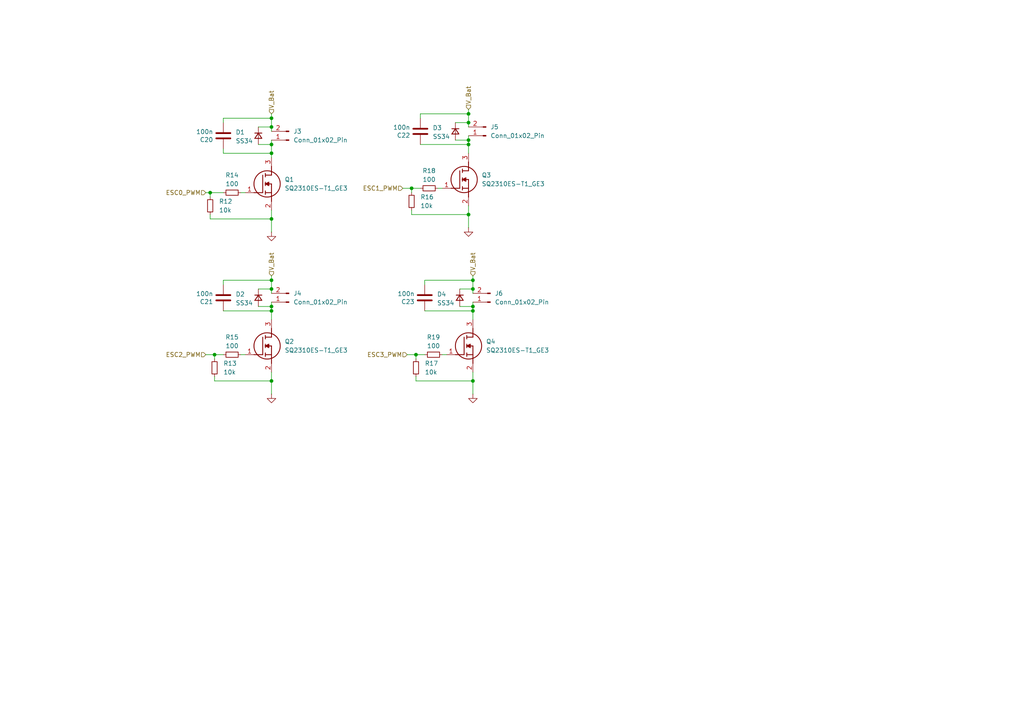
<source format=kicad_sch>
(kicad_sch (version 20231120) (generator "eeschema") (generator_version "8.0")
  (paper "A4")
  (lib_symbols
    (symbol "Connector:Conn_01x02_Pin" (pin_names (offset 1.016) hide)
      (property "Reference" "J" (at 0 2.54 0))
      (property "Value" "Conn_01x02_Pin" (at 0 -5.08 0))
      (symbol "Conn_01x02_Pin_1_1"
        (polyline (pts (xy 1.27 -2.54) (xy 0.8636 -2.54)) (stroke (width 0.1524)))
        (polyline (pts (xy 1.27 0) (xy 0.8636 0)) (stroke (width 0.1524)))
        (rectangle (start 0.8636 -2.413) (end 0 -2.667) (stroke (width 0.1524)) (fill (type outline)))
        (rectangle (start 0.8636 0.127) (end 0 -0.127) (stroke (width 0.1524)) (fill (type outline)))
        (pin passive line (at 5.08 0 180) (length 3.81) (name "Pin_1") (number "1"))
        (pin passive line (at 5.08 -2.54 180) (length 3.81) (name "Pin_2") (number "2"))
      )
    )
    (symbol "Device:C" (pin_numbers hide) (pin_names (offset 0.254))
      (property "Reference" "C" (at 0.635 2.54 0))
      (property "Value" "C" (at 0.635 -2.54 0))
      (symbol "C_0_1"
        (polyline (pts (xy -2.032 -0.762) (xy 2.032 -0.762)) (stroke (width 0.508)))
        (polyline (pts (xy -2.032 0.762) (xy 2.032 0.762)) (stroke (width 0.508)))
      )
      (symbol "C_1_1"
        (pin passive line (at 0 3.81 270) (length 2.794) (name "~") (number "1"))
        (pin passive line (at 0 -3.81 90) (length 2.794) (name "~") (number "2"))
      )
    )
    (symbol "Device:D_Small" (pin_numbers hide) (pin_names (offset 0.254) hide)
      (property "Reference" "D" (at -1.27 2.032 0))
      (property "Value" "D_Small" (at -3.81 -2.032 0))
      (symbol "D_Small_0_1"
        (polyline (pts (xy -0.762 -1.016) (xy -0.762 1.016)) (stroke (width 0.254)))
        (polyline (pts (xy -0.762 0) (xy 0.762 0)))
        (polyline (pts (xy 0.762 -1.016) (xy -0.762 0) (xy 0.762 1.016) (xy 0.762 -1.016)) (stroke (width 0.254)))
      )
      (symbol "D_Small_1_1"
        (pin passive line (at -2.54 0 0) (length 1.778) (name "K") (number "1"))
        (pin passive line (at 2.54 0 180) (length 1.778) (name "A") (number "2"))
      )
    )
    (symbol "Device:R_Small" (pin_numbers hide) (pin_names (offset 0.254) hide)
      (property "Reference" "R" (at 0.762 0.508 0))
      (property "Value" "R_Small" (at 0.762 -1.016 0))
      (symbol "R_Small_0_1"
        (rectangle (start -0.762 1.778) (end 0.762 -1.778) (stroke (width 0.2032)))
      )
      (symbol "R_Small_1_1"
        (pin passive line (at 0 2.54 270) (length 0.762) (name "~") (number "1"))
        (pin passive line (at 0 -2.54 90) (length 0.762) (name "~") (number "2"))
      )
    )
    (symbol "SamacSys_Parts:SQ2310ES-T1_GE3" (pin_names hide)
      (property "Reference" "Q" (at 11.43 3.81 0))
      (property "Value" "SQ2310ES-T1_GE3" (at 11.43 1.27 0))
      (symbol "SQ2310ES-T1_GE3_1_1"
        (polyline (pts (xy 2.54 0) (xy 5.08 0)) (stroke (width 0.254)))
        (polyline (pts (xy 5.08 5.08) (xy 5.08 0)) (stroke (width 0.254)))
        (polyline (pts (xy 5.842 -0.508) (xy 5.842 0.508)) (stroke (width 0.254)))
        (polyline (pts (xy 5.842 0) (xy 7.62 0)) (stroke (width 0.254)))
        (polyline (pts (xy 5.842 2.032) (xy 5.842 3.048)) (stroke (width 0.254)))
        (polyline (pts (xy 5.842 5.588) (xy 5.842 4.572)) (stroke (width 0.254)))
        (polyline (pts (xy 7.62 2.54) (xy 5.842 2.54)) (stroke (width 0.254)))
        (polyline (pts (xy 7.62 2.54) (xy 7.62 -2.54)) (stroke (width 0.254)))
        (polyline (pts (xy 7.62 5.08) (xy 5.842 5.08)) (stroke (width 0.254)))
        (polyline (pts (xy 7.62 5.08) (xy 7.62 7.62)) (stroke (width 0.254)))
        (polyline (pts (xy 5.842 2.54) (xy 6.858 3.048) (xy 6.858 2.032) (xy 5.842 2.54)) (stroke (width 0.254)) (fill (type outline)))
        (circle (center 6.35 2.54) (radius 3.81) (stroke (width 0.254)))
        (pin passive line (at 0 0 0) (length 2.54) (name "G") (number "1"))
        (pin passive line (at 7.62 -5.08 90) (length 2.54) (name "S") (number "2"))
        (pin passive line (at 7.62 10.16 270) (length 2.54) (name "D") (number "3"))
      )
    )
    (symbol "power:GND" (power) (pin_numbers hide) (pin_names (offset 0) hide)
      (property "Value" "GND" (at 0 -3.81 0))
      (symbol "GND_0_1"
        (polyline (pts (xy 0 0) (xy 0 -1.27) (xy 1.27 -1.27) (xy 0 -2.54) (xy -1.27 -1.27) (xy 0 -1.27)))
      )
      (symbol "GND_1_1"
        (pin power_in line (at 0 0 270) (length 0) (name "~") (number "1"))
      )
    )
  )
  (junction (at 78.74 36.83))
  (junction (at 135.89 40.64))
  (junction (at 78.74 90.17))
  (junction (at 137.16 110.49))
  (junction (at 137.16 81.28))
  (junction (at 60.96 55.88))
  (junction (at 78.74 88.9))
  (junction (at 78.74 83.82))
  (junction (at 135.89 62.23))
  (junction (at 78.74 44.45))
  (junction (at 137.16 83.82))
  (junction (at 137.16 88.9))
  (junction (at 62.23 102.87))
  (junction (at 78.74 41.91))
  (junction (at 78.74 34.29))
  (junction (at 135.89 41.91))
  (junction (at 78.74 110.49))
  (junction (at 135.89 33.02))
  (junction (at 78.74 63.5))
  (junction (at 120.65 102.87))
  (junction (at 78.74 81.28))
  (junction (at 137.16 90.17))
  (junction (at 135.89 35.56))
  (junction (at 119.38 54.61))
  (wire (pts (xy 69.85 102.87) (xy 71.12 102.87)))
  (wire (pts (xy 78.74 63.5) (xy 78.74 60.96)))
  (wire (pts (xy 120.65 110.49) (xy 137.16 110.49)))
  (wire (pts (xy 127 54.61) (xy 128.27 54.61)))
  (wire (pts (xy 137.16 87.63) (xy 137.16 88.9)))
  (wire (pts (xy 135.89 40.64) (xy 135.89 41.91)))
  (wire (pts (xy 64.77 90.17) (xy 78.74 90.17)))
  (wire (pts (xy 121.92 34.29) (xy 121.92 33.02)))
  (wire (pts (xy 135.89 62.23) (xy 135.89 59.69)))
  (wire (pts (xy 74.93 83.82) (xy 78.74 83.82)))
  (wire (pts (xy 78.74 44.45) (xy 78.74 45.72)))
  (wire (pts (xy 64.77 102.87) (xy 62.23 102.87)))
  (wire (pts (xy 119.38 62.23) (xy 135.89 62.23)))
  (wire (pts (xy 64.77 82.55) (xy 64.77 81.28)))
  (wire (pts (xy 59.69 102.87) (xy 62.23 102.87)))
  (wire (pts (xy 60.96 62.23) (xy 60.96 63.5)))
  (wire (pts (xy 121.92 33.02) (xy 135.89 33.02)))
  (wire (pts (xy 135.89 39.37) (xy 135.89 40.64)))
  (wire (pts (xy 123.19 81.28) (xy 137.16 81.28)))
  (wire (pts (xy 74.93 36.83) (xy 78.74 36.83)))
  (wire (pts (xy 135.89 31.75) (xy 135.89 33.02)))
  (wire (pts (xy 123.19 90.17) (xy 137.16 90.17)))
  (wire (pts (xy 119.38 60.96) (xy 119.38 62.23)))
  (wire (pts (xy 78.74 41.91) (xy 78.74 44.45)))
  (wire (pts (xy 121.92 54.61) (xy 119.38 54.61)))
  (wire (pts (xy 64.77 34.29) (xy 78.74 34.29)))
  (wire (pts (xy 78.74 67.31) (xy 78.74 63.5)))
  (wire (pts (xy 132.08 35.56) (xy 135.89 35.56)))
  (wire (pts (xy 137.16 83.82) (xy 137.16 85.09)))
  (wire (pts (xy 137.16 80.01) (xy 137.16 81.28)))
  (wire (pts (xy 78.74 114.3) (xy 78.74 110.49)))
  (wire (pts (xy 137.16 81.28) (xy 137.16 83.82)))
  (wire (pts (xy 132.08 40.64) (xy 135.89 40.64)))
  (wire (pts (xy 78.74 80.01) (xy 78.74 81.28)))
  (wire (pts (xy 137.16 90.17) (xy 137.16 92.71)))
  (wire (pts (xy 118.11 102.87) (xy 120.65 102.87)))
  (wire (pts (xy 78.74 88.9) (xy 78.74 90.17)))
  (wire (pts (xy 78.74 90.17) (xy 78.74 92.71)))
  (wire (pts (xy 64.77 44.45) (xy 78.74 44.45)))
  (wire (pts (xy 59.69 55.88) (xy 60.96 55.88)))
  (wire (pts (xy 133.35 83.82) (xy 137.16 83.82)))
  (wire (pts (xy 135.89 41.91) (xy 135.89 44.45)))
  (wire (pts (xy 60.96 55.88) (xy 60.96 57.15)))
  (wire (pts (xy 78.74 110.49) (xy 78.74 107.95)))
  (wire (pts (xy 78.74 81.28) (xy 78.74 83.82)))
  (wire (pts (xy 121.92 41.91) (xy 135.89 41.91)))
  (wire (pts (xy 74.93 88.9) (xy 78.74 88.9)))
  (wire (pts (xy 135.89 35.56) (xy 135.89 36.83)))
  (wire (pts (xy 120.65 109.22) (xy 120.65 110.49)))
  (wire (pts (xy 137.16 88.9) (xy 137.16 90.17)))
  (wire (pts (xy 64.77 44.45) (xy 64.77 43.18)))
  (wire (pts (xy 60.96 63.5) (xy 78.74 63.5)))
  (wire (pts (xy 137.16 110.49) (xy 137.16 107.95)))
  (wire (pts (xy 78.74 33.02) (xy 78.74 34.29)))
  (wire (pts (xy 78.74 34.29) (xy 78.74 36.83)))
  (wire (pts (xy 62.23 110.49) (xy 78.74 110.49)))
  (wire (pts (xy 120.65 102.87) (xy 120.65 104.14)))
  (wire (pts (xy 60.96 55.88) (xy 64.77 55.88)))
  (wire (pts (xy 135.89 66.04) (xy 135.89 62.23)))
  (wire (pts (xy 78.74 40.64) (xy 78.74 41.91)))
  (wire (pts (xy 123.19 102.87) (xy 120.65 102.87)))
  (wire (pts (xy 78.74 83.82) (xy 78.74 85.09)))
  (wire (pts (xy 123.19 82.55) (xy 123.19 81.28)))
  (wire (pts (xy 137.16 114.3) (xy 137.16 110.49)))
  (wire (pts (xy 116.84 54.61) (xy 119.38 54.61)))
  (wire (pts (xy 128.27 102.87) (xy 129.54 102.87)))
  (wire (pts (xy 64.77 35.56) (xy 64.77 34.29)))
  (wire (pts (xy 135.89 33.02) (xy 135.89 35.56)))
  (wire (pts (xy 78.74 87.63) (xy 78.74 88.9)))
  (wire (pts (xy 62.23 104.14) (xy 62.23 102.87)))
  (wire (pts (xy 133.35 88.9) (xy 137.16 88.9)))
  (wire (pts (xy 119.38 54.61) (xy 119.38 55.88)))
  (wire (pts (xy 64.77 81.28) (xy 78.74 81.28)))
  (wire (pts (xy 62.23 109.22) (xy 62.23 110.49)))
  (wire (pts (xy 74.93 41.91) (xy 78.74 41.91)))
  (wire (pts (xy 78.74 36.83) (xy 78.74 38.1)))
  (wire (pts (xy 69.85 55.88) (xy 71.12 55.88)))
  (hierarchical_label "V_Bat" (shape input) (at 78.74 80.01 90))
  (hierarchical_label "V_Bat" (shape input) (at 78.74 33.02 90))
  (hierarchical_label "ESC0_PWM" (shape input) (at 59.69 55.88 180))
  (hierarchical_label "V_Bat" (shape input) (at 135.89 31.75 90))
  (hierarchical_label "ESC3_PWM" (shape input) (at 118.11 102.87 180))
  (hierarchical_label "V_Bat" (shape input) (at 137.16 80.01 90))
  (hierarchical_label "ESC1_PWM" (shape input) (at 116.84 54.61 180))
  (hierarchical_label "ESC2_PWM" (shape input) (at 59.69 102.87 180))
  (symbol (lib_id "SamacSys_Parts:SQ2310ES-T1_GE3") (at 128.27 54.61 0) (unit 1)
    (property "Reference" "Q3" (at 139.7 50.7999 0) (effects (justify left)))
    (property "Value" "SQ2310ES-T1_GE3" (at 139.7 53.3399 0) (effects (justify left)))
    (property "Footprint" "SamacSys_Parts:SOT95P237X112-3N" (effects (hide yes)))
    (property "Datasheet" "https://www.vishay.com/docs/67036/sq2310es.pdf" (effects (hide yes)))
    (property "Description" "Vishay SQ2310ES-T1_GE3 N-channel MOSFET, 6 A, 20 V SQ Rugged, 3-Pin SOT-23" (effects (hide yes)))
    (property "Height" "1.12" (effects (hide yes)))
    (property "Mouser Part Number" "78-SQ2310ES-T1_GE3" (effects (hide yes)))
    (property "Mouser Price/Stock" "https://www.mouser.co.uk/ProductDetail/Vishay-Siliconix/SQ2310ES-T1_GE3?qs=jHkklCh7amiDWAemYtR8vg%3D%3D" (effects (hide yes)))
    (property "Manufacturer_Name" "Vishay" (effects (hide yes)))
    (property "Manufacturer_Part_Number" "SQ2310ES-T1_GE3" (effects (hide yes)))
  )
  (symbol (lib_id "Connector:Conn_01x02_Pin") (at 83.82 87.63 180) (unit 1)
    (property "Reference" "J4" (at 85.09 85.0899 0) (effects (justify right)))
    (property "Value" "Conn_01x02_Pin" (at 85.09 87.6299 0) (effects (justify right)))
    (property "Footprint" "Connector_PinSocket_2.54mm:PinSocket_1x02_P2.54mm_Vertical" (effects (hide yes)))
    (property "Description" "Generic connector, single row, 01x02, script generated" (effects (hide yes)))
  )
  (symbol (lib_id "Device:R_Small") (at 120.65 106.68 180) (unit 1)
    (property "Reference" "R17" (at 123.19 105.4099 0) (effects (justify right)))
    (property "Value" "10k" (at 123.19 107.9499 0) (effects (justify right)))
    (property "Footprint" "Resistor_SMD:R_0603_1608Metric_Pad0.98x0.95mm_HandSolder" (effects (hide yes)))
    (property "Description" "Resistor, small symbol" (effects (hide yes)))
  )
  (symbol (lib_id "Device:R_Small") (at 67.31 55.88 90) (unit 1)
    (property "Reference" "R14" (at 67.31 50.8 90))
    (property "Value" "100" (at 67.31 53.34 90))
    (property "Footprint" "Resistor_SMD:R_0603_1608Metric_Pad0.98x0.95mm_HandSolder" (effects (hide yes)))
    (property "Description" "Resistor, small symbol" (effects (hide yes)))
  )
  (symbol (lib_id "Device:R_Small") (at 60.96 59.69 180) (unit 1)
    (property "Reference" "R12" (at 63.5 58.4199 0) (effects (justify right)))
    (property "Value" "10k" (at 63.5 60.9599 0) (effects (justify right)))
    (property "Footprint" "Resistor_SMD:R_0603_1608Metric_Pad0.98x0.95mm_HandSolder" (effects (hide yes)))
    (property "Description" "Resistor, small symbol" (effects (hide yes)))
  )
  (symbol (lib_id "power:GND") (at 135.89 66.04 0) (unit 1)
    (property "Reference" "#PWR036" (effects (hide yes)))
    (property "Value" "GND" (effects (hide yes)))
    (property "Description" "Power symbol creates a global label with name \"GND\" , ground" (effects (hide yes)))
  )
  (symbol (lib_id "Device:R_Small") (at 67.31 102.87 90) (unit 1)
    (property "Reference" "R15" (at 67.31 97.79 90))
    (property "Value" "100" (at 67.31 100.33 90))
    (property "Footprint" "Resistor_SMD:R_0603_1608Metric_Pad0.98x0.95mm_HandSolder" (effects (hide yes)))
    (property "Description" "Resistor, small symbol" (effects (hide yes)))
  )
  (symbol (lib_id "Connector:Conn_01x02_Pin") (at 83.82 40.64 180) (unit 1)
    (property "Reference" "J3" (at 85.09 38.0999 0) (effects (justify right)))
    (property "Value" "Conn_01x02_Pin" (at 85.09 40.6399 0) (effects (justify right)))
    (property "Footprint" "Connector_PinSocket_2.54mm:PinSocket_1x02_P2.54mm_Vertical" (effects (hide yes)))
    (property "Description" "Generic connector, single row, 01x02, script generated" (effects (hide yes)))
  )
  (symbol (lib_id "SamacSys_Parts:SQ2310ES-T1_GE3") (at 129.54 102.87 0) (unit 1)
    (property "Reference" "Q4" (at 140.97 99.0599 0) (effects (justify left)))
    (property "Value" "SQ2310ES-T1_GE3" (at 140.97 101.5999 0) (effects (justify left)))
    (property "Footprint" "SamacSys_Parts:SOT95P237X112-3N" (effects (hide yes)))
    (property "Datasheet" "https://www.vishay.com/docs/67036/sq2310es.pdf" (effects (hide yes)))
    (property "Description" "Vishay SQ2310ES-T1_GE3 N-channel MOSFET, 6 A, 20 V SQ Rugged, 3-Pin SOT-23" (effects (hide yes)))
    (property "Height" "1.12" (effects (hide yes)))
    (property "Mouser Part Number" "78-SQ2310ES-T1_GE3" (effects (hide yes)))
    (property "Mouser Price/Stock" "https://www.mouser.co.uk/ProductDetail/Vishay-Siliconix/SQ2310ES-T1_GE3?qs=jHkklCh7amiDWAemYtR8vg%3D%3D" (effects (hide yes)))
    (property "Manufacturer_Name" "Vishay" (effects (hide yes)))
    (property "Manufacturer_Part_Number" "SQ2310ES-T1_GE3" (effects (hide yes)))
  )
  (symbol (lib_id "SamacSys_Parts:SQ2310ES-T1_GE3") (at 71.12 55.88 0) (unit 1)
    (property "Reference" "Q1" (at 82.55 52.0699 0) (effects (justify left)))
    (property "Value" "SQ2310ES-T1_GE3" (at 82.55 54.6099 0) (effects (justify left)))
    (property "Footprint" "SamacSys_Parts:SOT95P237X112-3N" (effects (hide yes)))
    (property "Datasheet" "https://www.vishay.com/docs/67036/sq2310es.pdf" (effects (hide yes)))
    (property "Description" "Vishay SQ2310ES-T1_GE3 N-channel MOSFET, 6 A, 20 V SQ Rugged, 3-Pin SOT-23" (effects (hide yes)))
    (property "Height" "1.12" (effects (hide yes)))
    (property "Mouser Part Number" "78-SQ2310ES-T1_GE3" (effects (hide yes)))
    (property "Mouser Price/Stock" "https://www.mouser.co.uk/ProductDetail/Vishay-Siliconix/SQ2310ES-T1_GE3?qs=jHkklCh7amiDWAemYtR8vg%3D%3D" (effects (hide yes)))
    (property "Manufacturer_Name" "Vishay" (effects (hide yes)))
    (property "Manufacturer_Part_Number" "SQ2310ES-T1_GE3" (effects (hide yes)))
  )
  (symbol (lib_id "power:GND") (at 137.16 114.3 0) (unit 1)
    (property "Reference" "#PWR037" (effects (hide yes)))
    (property "Value" "GND" (effects (hide yes)))
    (property "Description" "Power symbol creates a global label with name \"GND\" , ground" (effects (hide yes)))
  )
  (symbol (lib_id "Connector:Conn_01x02_Pin") (at 142.24 87.63 180) (unit 1)
    (property "Reference" "J6" (at 143.51 85.0899 0) (effects (justify right)))
    (property "Value" "Conn_01x02_Pin" (at 143.51 87.6299 0) (effects (justify right)))
    (property "Footprint" "Connector_PinSocket_2.54mm:PinSocket_1x02_P2.54mm_Vertical" (effects (hide yes)))
    (property "Description" "Generic connector, single row, 01x02, script generated" (effects (hide yes)))
  )
  (symbol (lib_id "Device:C") (at 121.92 38.1 180) (unit 1)
    (property "Reference" "C22" (at 118.999 39.2684 0) (effects (justify left)))
    (property "Value" "100n" (at 118.999 36.957 0) (effects (justify left)))
    (property "Footprint" "Capacitor_SMD:C_0402_1005Metric" (effects (hide yes)))
  )
  (symbol (lib_id "Connector:Conn_01x02_Pin") (at 140.97 39.37 180) (unit 1)
    (property "Reference" "J5" (at 142.24 36.8299 0) (effects (justify right)))
    (property "Value" "Conn_01x02_Pin" (at 142.24 39.3699 0) (effects (justify right)))
    (property "Footprint" "Connector_PinSocket_2.54mm:PinSocket_1x02_P2.54mm_Vertical" (effects (hide yes)))
    (property "Description" "Generic connector, single row, 01x02, script generated" (effects (hide yes)))
  )
  (symbol (lib_id "Device:C") (at 123.19 86.36 180) (unit 1)
    (property "Reference" "C23" (at 120.269 87.5284 0) (effects (justify left)))
    (property "Value" "100n" (at 120.269 85.217 0) (effects (justify left)))
    (property "Footprint" "Capacitor_SMD:C_0402_1005Metric" (effects (hide yes)))
  )
  (symbol (lib_id "power:GND") (at 78.74 114.3 0) (unit 1)
    (property "Reference" "#PWR035" (effects (hide yes)))
    (property "Value" "GND" (effects (hide yes)))
    (property "Description" "Power symbol creates a global label with name \"GND\" , ground" (effects (hide yes)))
  )
  (symbol (lib_id "Device:D_Small") (at 133.35 86.36 270) (unit 1)
    (property "Reference" "D4" (at 126.746 85.344 90) (effects (justify left)))
    (property "Value" "SS34" (at 126.746 87.884 90) (effects (justify left)))
    (property "Footprint" "DIOM8059X256N" (effects (hide yes)))
    (property "Description" "Diode, small symbol" (effects (hide yes)))
    (property "Height" "2.62" (effects (hide yes)))
    (property "Mouser Part Number" "821-SS34" (effects (hide yes)))
    (property "Mouser Price/Stock" "https://www.mouser.co.uk/ProductDetail/Taiwan-Semiconductor/SS34?qs=JV7lzlMm3yIimVqgKV%2F1SA%3D%3D" (effects (hide yes)))
    (property "Manufacturer_Name" "Taiwan Semiconductor" (effects (hide yes)))
    (property "Manufacturer_Part_Number" "SS34" (effects (hide yes)))
    (property "Sim.Device" "D" (effects (hide yes)))
    (property "Sim.Pins" "1=K 2=A" (effects (hide yes)))
  )
  (symbol (lib_id "Device:C") (at 64.77 86.36 180) (unit 1)
    (property "Reference" "C21" (at 61.849 87.5284 0) (effects (justify left)))
    (property "Value" "100n" (at 61.849 85.217 0) (effects (justify left)))
    (property "Footprint" "Capacitor_SMD:C_0402_1005Metric" (effects (hide yes)))
  )
  (symbol (lib_id "Device:D_Small") (at 74.93 39.37 270) (unit 1)
    (property "Reference" "D1" (at 68.326 38.354 90) (effects (justify left)))
    (property "Value" "SS34" (at 68.326 40.894 90) (effects (justify left)))
    (property "Footprint" "DIOM8059X256N" (effects (hide yes)))
    (property "Description" "Diode, small symbol" (effects (hide yes)))
    (property "Height" "2.62" (effects (hide yes)))
    (property "Mouser Part Number" "821-SS34" (effects (hide yes)))
    (property "Mouser Price/Stock" "https://www.mouser.co.uk/ProductDetail/Taiwan-Semiconductor/SS34?qs=JV7lzlMm3yIimVqgKV%2F1SA%3D%3D" (effects (hide yes)))
    (property "Manufacturer_Name" "Taiwan Semiconductor" (effects (hide yes)))
    (property "Manufacturer_Part_Number" "SS34" (effects (hide yes)))
    (property "Sim.Device" "D" (effects (hide yes)))
    (property "Sim.Pins" "1=K 2=A" (effects (hide yes)))
  )
  (symbol (lib_id "power:GND") (at 78.74 67.31 0) (unit 1)
    (property "Reference" "#PWR034" (effects (hide yes)))
    (property "Value" "GND" (effects (hide yes)))
    (property "Description" "Power symbol creates a global label with name \"GND\" , ground" (effects (hide yes)))
  )
  (symbol (lib_id "Device:R_Small") (at 62.23 106.68 180) (unit 1)
    (property "Reference" "R13" (at 64.77 105.4099 0) (effects (justify right)))
    (property "Value" "10k" (at 64.77 107.9499 0) (effects (justify right)))
    (property "Footprint" "Resistor_SMD:R_0603_1608Metric_Pad0.98x0.95mm_HandSolder" (effects (hide yes)))
    (property "Description" "Resistor, small symbol" (effects (hide yes)))
  )
  (symbol (lib_id "Device:D_Small") (at 132.08 38.1 270) (unit 1)
    (property "Reference" "D3" (at 125.476 37.084 90) (effects (justify left)))
    (property "Value" "SS34" (at 125.476 39.624 90) (effects (justify left)))
    (property "Footprint" "DIOM8059X256N" (effects (hide yes)))
    (property "Description" "Diode, small symbol" (effects (hide yes)))
    (property "Height" "2.62" (effects (hide yes)))
    (property "Mouser Part Number" "821-SS34" (effects (hide yes)))
    (property "Mouser Price/Stock" "https://www.mouser.co.uk/ProductDetail/Taiwan-Semiconductor/SS34?qs=JV7lzlMm3yIimVqgKV%2F1SA%3D%3D" (effects (hide yes)))
    (property "Manufacturer_Name" "Taiwan Semiconductor" (effects (hide yes)))
    (property "Manufacturer_Part_Number" "SS34" (effects (hide yes)))
    (property "Sim.Device" "D" (effects (hide yes)))
    (property "Sim.Pins" "1=K 2=A" (effects (hide yes)))
  )
  (symbol (lib_id "Device:R_Small") (at 124.46 54.61 90) (unit 1)
    (property "Reference" "R18" (at 124.46 49.53 90))
    (property "Value" "100" (at 124.46 52.07 90))
    (property "Footprint" "Resistor_SMD:R_0603_1608Metric_Pad0.98x0.95mm_HandSolder" (effects (hide yes)))
    (property "Description" "Resistor, small symbol" (effects (hide yes)))
  )
  (symbol (lib_id "Device:R_Small") (at 119.38 58.42 180) (unit 1)
    (property "Reference" "R16" (at 121.92 57.1499 0) (effects (justify right)))
    (property "Value" "10k" (at 121.92 59.6899 0) (effects (justify right)))
    (property "Footprint" "Resistor_SMD:R_0603_1608Metric_Pad0.98x0.95mm_HandSolder" (effects (hide yes)))
    (property "Description" "Resistor, small symbol" (effects (hide yes)))
  )
  (symbol (lib_id "Device:C") (at 64.77 39.37 180) (unit 1)
    (property "Reference" "C20" (at 61.849 40.5384 0) (effects (justify left)))
    (property "Value" "100n" (at 61.849 38.227 0) (effects (justify left)))
    (property "Footprint" "Capacitor_SMD:C_0402_1005Metric" (effects (hide yes)))
  )
  (symbol (lib_id "SamacSys_Parts:SQ2310ES-T1_GE3") (at 71.12 102.87 0) (unit 1)
    (property "Reference" "Q2" (at 82.55 99.0599 0) (effects (justify left)))
    (property "Value" "SQ2310ES-T1_GE3" (at 82.55 101.5999 0) (effects (justify left)))
    (property "Footprint" "SamacSys_Parts:SOT95P237X112-3N" (effects (hide yes)))
    (property "Datasheet" "https://www.vishay.com/docs/67036/sq2310es.pdf" (effects (hide yes)))
    (property "Description" "Vishay SQ2310ES-T1_GE3 N-channel MOSFET, 6 A, 20 V SQ Rugged, 3-Pin SOT-23" (effects (hide yes)))
    (property "Height" "1.12" (effects (hide yes)))
    (property "Mouser Part Number" "78-SQ2310ES-T1_GE3" (effects (hide yes)))
    (property "Mouser Price/Stock" "https://www.mouser.co.uk/ProductDetail/Vishay-Siliconix/SQ2310ES-T1_GE3?qs=jHkklCh7amiDWAemYtR8vg%3D%3D" (effects (hide yes)))
    (property "Manufacturer_Name" "Vishay" (effects (hide yes)))
    (property "Manufacturer_Part_Number" "SQ2310ES-T1_GE3" (effects (hide yes)))
  )
  (symbol (lib_id "Device:D_Small") (at 74.93 86.36 270) (unit 1)
    (property "Reference" "D2" (at 68.326 85.344 90) (effects (justify left)))
    (property "Value" "SS34" (at 68.326 87.884 90) (effects (justify left)))
    (property "Footprint" "DIOM8059X256N" (effects (hide yes)))
    (property "Description" "Diode, small symbol" (effects (hide yes)))
    (property "Height" "2.62" (effects (hide yes)))
    (property "Mouser Part Number" "821-SS34" (effects (hide yes)))
    (property "Mouser Price/Stock" "https://www.mouser.co.uk/ProductDetail/Taiwan-Semiconductor/SS34?qs=JV7lzlMm3yIimVqgKV%2F1SA%3D%3D" (effects (hide yes)))
    (property "Manufacturer_Name" "Taiwan Semiconductor" (effects (hide yes)))
    (property "Manufacturer_Part_Number" "SS34" (effects (hide yes)))
    (property "Sim.Device" "D" (effects (hide yes)))
    (property "Sim.Pins" "1=K 2=A" (effects (hide yes)))
  )
  (symbol (lib_id "Device:R_Small") (at 125.73 102.87 90) (unit 1)
    (property "Reference" "R19" (at 125.73 97.79 90))
    (property "Value" "100" (at 125.73 100.33 90))
    (property "Footprint" "Resistor_SMD:R_0603_1608Metric_Pad0.98x0.95mm_HandSolder" (effects (hide yes)))
    (property "Description" "Resistor, small symbol" (effects (hide yes)))
  )
)
</source>
